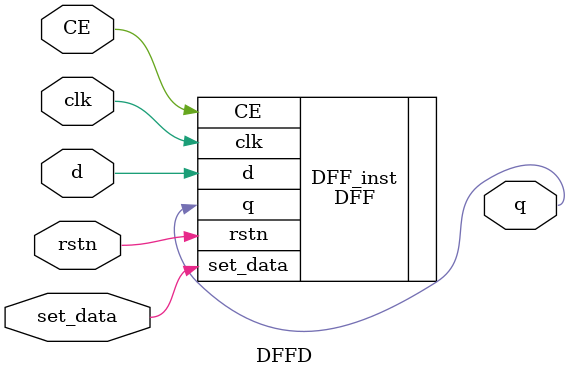
<source format=v>
`include "../defines.v"

module DFFD #(
        parameter WIDTH = 1
    ) (
        input  wire             clk     ,
        input  wire             rstn    ,
        input  wire             CE      ,
        input  wire [WIDTH-1:0] set_data,
        input  wire [WIDTH-1:0] d       ,
        output wire [WIDTH-1:0] q
    );

    DFF #(WIDTH) DFF_inst(
            .clk      (clk      ),
            .rstn     (rstn     ),
            .CE       (CE       ),
            .set_data (set_data ),
            .d        (d        ),
            .q        (q        )
        );

endmodule //DFFD

</source>
